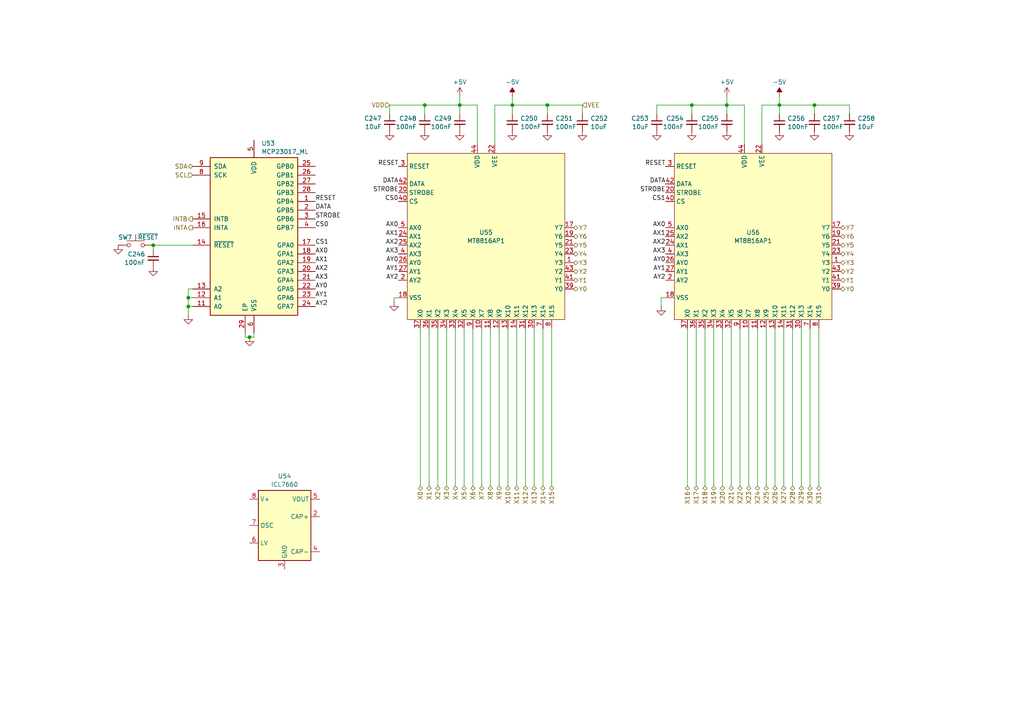
<source format=kicad_sch>
(kicad_sch (version 20250114) (generator "eeschema") (generator_version "9.0")
  (paper "A4")
  (lib_symbols
    (symbol "AudioPanelLibrary:MT8816AP1"
      (property "Reference" "U" (at 0.254 2.286 0))
      (property "Value" "MT8816AP1" (at 0.254 -0.762 0))
      (symbol "MT8816AP1_0_0"
        (pin input line (at -25.4 20.32 0) (length 2.54) (name "RESET") (number "3"))
        (pin input line (at -25.4 15.24 0) (length 2.54) (name "DATA") (number "42"))
        (pin input line (at -25.4 12.7 0) (length 2.54) (name "STROBE") (number "20"))
        (pin input line (at -25.4 10.16 0) (length 2.54) (name "CS") (number "40"))
        (pin input line (at -25.4 2.54 0) (length 2.54) (name "AX0") (number "5"))
        (pin input line (at -25.4 0 0) (length 2.54) (name "AX2") (number "25"))
        (pin input line (at -25.4 -2.54 0) (length 2.54) (name "AX1") (number "24"))
        (pin input line (at -25.4 -5.08 0) (length 2.54) (name "AX3") (number "4"))
        (pin input line (at -25.4 -7.62 0) (length 2.54) (name "AY0") (number "26"))
        (pin input line (at -25.4 -10.16 0) (length 2.54) (name "AY1") (number "27"))
        (pin input line (at -25.4 -12.7 0) (length 2.54) (name "AY2") (number "2"))
        (pin power_in line (at -25.4 -17.78 0) (length 2.54) (name "VSS") (number "18"))
        (pin bidirectional line (at -19.05 -26.67 90) (length 2.54) (name "X0") (number "37"))
        (pin bidirectional line (at -16.51 -26.67 90) (length 2.54) (name "X1") (number "36"))
        (pin bidirectional line (at -13.97 -26.67 90) (length 2.54) (name "X2") (number "35"))
        (pin bidirectional line (at -11.43 -26.67 90) (length 2.54) (name "X3") (number "34"))
        (pin bidirectional line (at -8.89 -26.67 90) (length 2.54) (name "X4") (number "33"))
        (pin bidirectional line (at -6.35 -26.67 90) (length 2.54) (name "X5") (number "32"))
        (pin bidirectional line (at -3.81 -26.67 90) (length 2.54) (name "X6") (number "9"))
        (pin power_in line (at -2.54 26.67 270) (length 2.54) (name "VDD") (number "44"))
        (pin bidirectional line (at -1.27 -26.67 90) (length 2.54) (name "X7") (number "10"))
        (pin bidirectional line (at 1.27 -26.67 90) (length 2.54) (name "X8") (number "11"))
        (pin power_in line (at 2.54 26.67 270) (length 2.54) (name "VEE") (number "22"))
        (pin bidirectional line (at 3.81 -26.67 90) (length 2.54) (name "X9") (number "12"))
        (pin bidirectional line (at 6.35 -26.67 90) (length 2.54) (name "X10") (number "13"))
        (pin bidirectional line (at 8.89 -26.67 90) (length 2.54) (name "X11") (number "14"))
        (pin bidirectional line (at 11.43 -26.67 90) (length 2.54) (name "X12") (number "31"))
        (pin bidirectional line (at 13.97 -26.67 90) (length 2.54) (name "X13") (number "30"))
        (pin bidirectional line (at 16.51 -26.67 90) (length 2.54) (name "X14") (number "7"))
        (pin bidirectional line (at 19.05 -26.67 90) (length 2.54) (name "X15") (number "8"))
        (pin no_connect line (at 25.4 20.32 180) (length 2.54) (hide yes) (name "NC") (number "6"))
        (pin no_connect line (at 25.4 17.78 180) (length 2.54) (hide yes) (name "NC") (number "15"))
        (pin no_connect line (at 25.4 15.24 180) (length 2.54) (hide yes) (name "NC") (number "16"))
        (pin no_connect line (at 25.4 12.7 180) (length 2.54) (hide yes) (name "NC") (number "28"))
        (pin no_connect line (at 25.4 10.16 180) (length 2.54) (hide yes) (name "NC") (number "29"))
        (pin no_connect line (at 25.4 7.62 180) (length 2.54) (hide yes) (name "NC") (number "38"))
        (pin bidirectional line (at 25.4 2.54 180) (length 2.54) (name "Y7") (number "17"))
        (pin bidirectional line (at 25.4 0 180) (length 2.54) (name "Y6") (number "19"))
        (pin bidirectional line (at 25.4 -2.54 180) (length 2.54) (name "Y5") (number "21"))
        (pin bidirectional line (at 25.4 -5.08 180) (length 2.54) (name "Y4") (number "23"))
        (pin bidirectional line (at 25.4 -7.62 180) (length 2.54) (name "Y3") (number "1"))
        (pin bidirectional line (at 25.4 -10.16 180) (length 2.54) (name "Y2") (number "43"))
        (pin bidirectional line (at 25.4 -12.7 180) (length 2.54) (name "Y1") (number "41"))
        (pin bidirectional line (at 25.4 -15.24 180) (length 2.54) (name "Y0") (number "39"))
      )
      (symbol "MT8816AP1_1_1"
        (rectangle (start -22.86 24.13) (end 22.86 -24.13) (fill (type background)))
      )
    )
    (symbol "Device:C_Small" (pin_numbers (hide yes)) (pin_names (offset 0.254) (hide yes))
      (property "Reference" "C" (at 0.254 1.778 0))
      (property "Value" "C_Small" (at 0.254 -2.032 0))
      (symbol "C_Small_0_1"
        (polyline (pts (xy -1.524 0.508) (xy 1.524 0.508)) (stroke (width 0.3048)))
        (polyline (pts (xy -1.524 -0.508) (xy 1.524 -0.508)) (stroke (width 0.3302)))
      )
      (symbol "C_Small_1_1"
        (pin passive line (at 0 2.54 270) (length 2.032) (name "~") (number "1"))
        (pin passive line (at 0 -2.54 90) (length 2.032) (name "~") (number "2"))
      )
    )
    (symbol "Interface_Expansion:MCP23017_ML" (pin_names (offset 1.016))
      (property "Reference" "U" (at -11.43 24.13 0))
      (property "Value" "MCP23017_ML" (at 0 0 0))
      (symbol "MCP23017_ML_0_1"
        (rectangle (start -12.7 22.86) (end 12.7 -22.86) (stroke (width 0.254)) (fill (type background)))
      )
      (symbol "MCP23017_ML_1_1"
        (pin bidirectional line (at -17.78 20.32 0) (length 5.08) (name "SDA") (number "9"))
        (pin input line (at -17.78 17.78 0) (length 5.08) (name "SCK") (number "8"))
        (pin tri_state line (at -17.78 5.08 0) (length 5.08) (name "INTB") (number "15"))
        (pin tri_state line (at -17.78 2.54 0) (length 5.08) (name "INTA") (number "16"))
        (pin input line (at -17.78 -2.54 0) (length 5.08) (name "~{RESET}") (number "14"))
        (pin input line (at -17.78 -15.24 0) (length 5.08) (name "A2") (number "13"))
        (pin input line (at -17.78 -17.78 0) (length 5.08) (name "A1") (number "12"))
        (pin input line (at -17.78 -20.32 0) (length 5.08) (name "A0") (number "11"))
        (pin no_connect line (at -12.7 15.24 0) (length 5.08) (hide yes) (name "NC") (number "7"))
        (pin no_connect line (at -12.7 12.7 0) (length 5.08) (hide yes) (name "NC") (number "10"))
        (pin passive line (at -2.54 -27.94 90) (length 5.08) (name "EP") (number "29"))
        (pin power_in line (at 0 27.94 270) (length 5.08) (name "VDD") (number "5"))
        (pin power_in line (at 0 -27.94 90) (length 5.08) (name "VSS") (number "6"))
        (pin bidirectional line (at 17.78 20.32 180) (length 5.08) (name "GPB0") (number "25"))
        (pin bidirectional line (at 17.78 17.78 180) (length 5.08) (name "GPB1") (number "26"))
        (pin bidirectional line (at 17.78 15.24 180) (length 5.08) (name "GPB2") (number "27"))
        (pin bidirectional line (at 17.78 12.7 180) (length 5.08) (name "GPB3") (number "28"))
        (pin bidirectional line (at 17.78 10.16 180) (length 5.08) (name "GPB4") (number "1"))
        (pin bidirectional line (at 17.78 7.62 180) (length 5.08) (name "GPB5") (number "2"))
        (pin bidirectional line (at 17.78 5.08 180) (length 5.08) (name "GPB6") (number "3"))
        (pin output line (at 17.78 2.54 180) (length 5.08) (name "GPB7") (number "4"))
        (pin bidirectional line (at 17.78 -2.54 180) (length 5.08) (name "GPA0") (number "17"))
        (pin bidirectional line (at 17.78 -5.08 180) (length 5.08) (name "GPA1") (number "18"))
        (pin bidirectional line (at 17.78 -7.62 180) (length 5.08) (name "GPA2") (number "19"))
        (pin bidirectional line (at 17.78 -10.16 180) (length 5.08) (name "GPA3") (number "20"))
        (pin bidirectional line (at 17.78 -12.7 180) (length 5.08) (name "GPA4") (number "21"))
        (pin bidirectional line (at 17.78 -15.24 180) (length 5.08) (name "GPA5") (number "22"))
        (pin bidirectional line (at 17.78 -17.78 180) (length 5.08) (name "GPA6") (number "23"))
        (pin output line (at 17.78 -20.32 180) (length 5.08) (name "GPA7") (number "24"))
      )
    )
    (symbol "MT8816AP1_1"
      (property "Reference" "U" (at 0.254 2.286 0))
      (property "Value" "MT8816AP1" (at 0.254 -0.762 0))
      (symbol "MT8816AP1_1_0_0"
        (pin input line (at -25.4 20.32 0) (length 2.54) (name "RESET") (number "3"))
        (pin input line (at -25.4 15.24 0) (length 2.54) (name "DATA") (number "42"))
        (pin input line (at -25.4 12.7 0) (length 2.54) (name "STROBE") (number "20"))
        (pin input line (at -25.4 10.16 0) (length 2.54) (name "CS") (number "40"))
        (pin input line (at -25.4 2.54 0) (length 2.54) (name "AX0") (number "5"))
        (pin input line (at -25.4 0 0) (length 2.54) (name "AX1") (number "24"))
        (pin input line (at -25.4 -2.54 0) (length 2.54) (name "AX2") (number "25"))
        (pin input line (at -25.4 -5.08 0) (length 2.54) (name "AX3") (number "4"))
        (pin input line (at -25.4 -7.62 0) (length 2.54) (name "AY0") (number "26"))
        (pin input line (at -25.4 -10.16 0) (length 2.54) (name "AY1") (number "27"))
        (pin input line (at -25.4 -12.7 0) (length 2.54) (name "AY2") (number "2"))
        (pin power_in line (at -25.4 -17.78 0) (length 2.54) (name "VSS") (number "18"))
        (pin bidirectional line (at -19.05 -26.67 90) (length 2.54) (name "X0") (number "37"))
        (pin bidirectional line (at -16.51 -26.67 90) (length 2.54) (name "X1") (number "36"))
        (pin bidirectional line (at -13.97 -26.67 90) (length 2.54) (name "X2") (number "35"))
        (pin bidirectional line (at -11.43 -26.67 90) (length 2.54) (name "X3") (number "34"))
        (pin bidirectional line (at -8.89 -26.67 90) (length 2.54) (name "X4") (number "33"))
        (pin bidirectional line (at -6.35 -26.67 90) (length 2.54) (name "X5") (number "32"))
        (pin bidirectional line (at -3.81 -26.67 90) (length 2.54) (name "X6") (number "9"))
        (pin power_in line (at -2.54 26.67 270) (length 2.54) (name "VDD") (number "44"))
        (pin bidirectional line (at -1.27 -26.67 90) (length 2.54) (name "X7") (number "10"))
        (pin bidirectional line (at 1.27 -26.67 90) (length 2.54) (name "X8") (number "11"))
        (pin power_in line (at 2.54 26.67 270) (length 2.54) (name "VEE") (number "22"))
        (pin bidirectional line (at 3.81 -26.67 90) (length 2.54) (name "X9") (number "12"))
        (pin bidirectional line (at 6.35 -26.67 90) (length 2.54) (name "X10") (number "13"))
        (pin bidirectional line (at 8.89 -26.67 90) (length 2.54) (name "X11") (number "14"))
        (pin bidirectional line (at 11.43 -26.67 90) (length 2.54) (name "X12") (number "31"))
        (pin bidirectional line (at 13.97 -26.67 90) (length 2.54) (name "X13") (number "30"))
        (pin bidirectional line (at 16.51 -26.67 90) (length 2.54) (name "X14") (number "7"))
        (pin bidirectional line (at 19.05 -26.67 90) (length 2.54) (name "X15") (number "8"))
        (pin no_connect line (at 25.4 20.32 180) (length 2.54) (hide yes) (name "NC") (number "6"))
        (pin no_connect line (at 25.4 17.78 180) (length 2.54) (hide yes) (name "NC") (number "15"))
        (pin no_connect line (at 25.4 15.24 180) (length 2.54) (hide yes) (name "NC") (number "16"))
        (pin no_connect line (at 25.4 12.7 180) (length 2.54) (hide yes) (name "NC") (number "28"))
        (pin no_connect line (at 25.4 10.16 180) (length 2.54) (hide yes) (name "NC") (number "29"))
        (pin no_connect line (at 25.4 7.62 180) (length 2.54) (hide yes) (name "NC") (number "38"))
        (pin bidirectional line (at 25.4 2.54 180) (length 2.54) (name "Y7") (number "17"))
        (pin bidirectional line (at 25.4 0 180) (length 2.54) (name "Y6") (number "19"))
        (pin bidirectional line (at 25.4 -2.54 180) (length 2.54) (name "Y5") (number "21"))
        (pin bidirectional line (at 25.4 -5.08 180) (length 2.54) (name "Y4") (number "23"))
        (pin bidirectional line (at 25.4 -7.62 180) (length 2.54) (name "Y3") (number "1"))
        (pin bidirectional line (at 25.4 -10.16 180) (length 2.54) (name "Y2") (number "43"))
        (pin bidirectional line (at 25.4 -12.7 180) (length 2.54) (name "Y1") (number "41"))
        (pin bidirectional line (at 25.4 -15.24 180) (length 2.54) (name "Y0") (number "39"))
      )
      (symbol "MT8816AP1_1_1_1"
        (rectangle (start -22.86 24.13) (end 22.86 -24.13) (fill (type background)))
      )
    )
    (symbol "Regulator_SwitchedCapacitor:ICL7660"
      (property "Reference" "U" (at -6.35 11.43 0))
      (property "Value" "ICL7660" (at 3.81 11.43 0))
      (symbol "ICL7660_0_1"
        (rectangle (start -7.62 10.16) (end 7.62 -10.16) (stroke (width 0.254)) (fill (type background)))
      )
      (symbol "ICL7660_1_1"
        (pin power_in line (at -10.16 7.62 0) (length 2.54) (name "V+") (number "8"))
        (pin input line (at -10.16 0 0) (length 2.54) (name "OSC") (number "7"))
        (pin input line (at -10.16 -5.08 0) (length 2.54) (name "LV") (number "6"))
        (pin no_connect line (at -7.62 5.08 0) (length 2.54) (hide yes) (name "NC") (number "1"))
        (pin power_in line (at 0 -12.7 90) (length 2.54) (name "GND") (number "3"))
        (pin power_out line (at 10.16 7.62 180) (length 2.54) (name "VOUT") (number "5"))
        (pin input line (at 10.16 2.54 180) (length 2.54) (name "CAP+") (number "2"))
        (pin input line (at 10.16 -7.62 180) (length 2.54) (name "CAP-") (number "4"))
      )
    )
    (symbol "Switch:SW_Push" (pin_numbers (hide yes)) (pin_names (offset 1.016) (hide yes))
      (property "Reference" "SW" (at 1.27 2.54 0))
      (property "Value" "SW_Push" (at 0 -1.524 0))
      (symbol "SW_Push_0_1"
        (circle (center -2.032 0) (radius 0.508))
        (polyline (pts (xy 0 1.27) (xy 0 3.048)))
        (circle (center 2.032 0) (radius 0.508))
        (polyline (pts (xy 2.54 1.27) (xy -2.54 1.27)))
        (pin passive line (at -5.08 0 0) (length 2.54) (name "1") (number "1"))
        (pin passive line (at 5.08 0 180) (length 2.54) (name "2") (number "2"))
      )
    )
    (symbol "power:+5V" (power) (pin_numbers (hide yes)) (pin_names (offset 0) (hide yes))
      (property "Value" "+5V" (at 0 3.556 0))
      (symbol "+5V_0_1"
        (polyline (pts (xy -0.762 1.27) (xy 0 2.54)))
        (polyline (pts (xy 0 2.54) (xy 0.762 1.27)))
        (polyline (pts (xy 0 0) (xy 0 2.54)))
      )
      (symbol "+5V_1_1"
        (pin power_in line (at 0 0 90) (length 0) (name "~") (number "1"))
      )
    )
    (symbol "power:-5V" (power) (pin_numbers (hide yes)) (pin_names (offset 0) (hide yes))
      (property "Value" "-5V" (at 0 3.556 0))
      (symbol "-5V_0_0"
        (pin power_in line (at 0 0 90) (length 0) (name "~") (number "1"))
      )
      (symbol "-5V_0_1"
        (polyline (pts (xy 0 0) (xy 0 1.27) (xy 0.762 1.27) (xy 0 2.54) (xy -0.762 1.27) (xy 0 1.27)) (fill (type outline)))
      )
    )
    (symbol "power:GND" (power) (pin_numbers (hide yes)) (pin_names (offset 0) (hide yes))
      (property "Value" "GND" (at 0 -3.81 0))
      (symbol "GND_0_1"
        (polyline (pts (xy 0 0) (xy 0 -1.27) (xy 1.27 -1.27) (xy 0 -2.54) (xy -1.27 -1.27) (xy 0 -1.27)))
      )
      (symbol "GND_1_1"
        (pin power_in line (at 0 0 270) (length 0) (name "~") (number "1"))
      )
    )
  )
  (junction (at 123.19 30.48))
  (junction (at 133.35 30.48))
  (junction (at 210.82 30.48))
  (junction (at 158.75 30.48))
  (junction (at 226.06 30.48))
  (junction (at 200.66 30.48))
  (junction (at 148.59 30.48))
  (junction (at 72.39 97.79))
  (junction (at 54.61 88.9))
  (junction (at 236.22 30.48))
  (junction (at 44.45 71.12))
  (junction (at 54.61 86.36))
  (wire (pts (xy 123.19 30.48) (xy 133.35 30.48)))
  (wire (pts (xy 114.3 86.36) (xy 115.57 86.36)))
  (wire (pts (xy 121.92 95.25) (xy 121.92 140.97)))
  (wire (pts (xy 73.66 96.52) (xy 73.66 97.79)))
  (wire (pts (xy 54.61 86.36) (xy 55.88 86.36)))
  (wire (pts (xy 226.06 30.48) (xy 226.06 33.02)))
  (wire (pts (xy 147.32 95.25) (xy 147.32 140.97)))
  (wire (pts (xy 123.19 33.02) (xy 123.19 30.48)))
  (wire (pts (xy 210.82 27.94) (xy 210.82 30.48)))
  (wire (pts (xy 54.61 83.82) (xy 55.88 83.82)))
  (wire (pts (xy 201.93 95.25) (xy 201.93 140.97)))
  (wire (pts (xy 54.61 91.44) (xy 54.61 88.9)))
  (wire (pts (xy 129.54 95.25) (xy 129.54 140.97)))
  (wire (pts (xy 144.78 95.25) (xy 144.78 140.97)))
  (wire (pts (xy 148.59 27.94) (xy 148.59 30.48)))
  (wire (pts (xy 152.4 95.25) (xy 152.4 140.97)))
  (wire (pts (xy 226.06 27.94) (xy 226.06 30.48)))
  (wire (pts (xy 73.66 97.79) (xy 72.39 97.79)))
  (wire (pts (xy 209.55 95.25) (xy 209.55 140.97)))
  (wire (pts (xy 134.62 95.25) (xy 134.62 140.97)))
  (wire (pts (xy 133.35 27.94) (xy 133.35 30.48)))
  (wire (pts (xy 168.91 30.48) (xy 168.91 33.02)))
  (wire (pts (xy 229.87 95.25) (xy 229.87 140.97)))
  (wire (pts (xy 72.39 97.79) (xy 71.12 97.79)))
  (wire (pts (xy 160.02 95.25) (xy 160.02 140.97)))
  (wire (pts (xy 154.94 95.25) (xy 154.94 140.97)))
  (wire (pts (xy 158.75 30.48) (xy 158.75 33.02)))
  (wire (pts (xy 190.5 30.48) (xy 200.66 30.48)))
  (wire (pts (xy 54.61 88.9) (xy 54.61 86.36)))
  (wire (pts (xy 54.61 86.36) (xy 54.61 83.82)))
  (wire (pts (xy 217.17 95.25) (xy 217.17 140.97)))
  (wire (pts (xy 54.61 88.9) (xy 55.88 88.9)))
  (wire (pts (xy 157.48 95.25) (xy 157.48 140.97)))
  (wire (pts (xy 113.03 30.48) (xy 113.03 33.02)))
  (wire (pts (xy 127 95.25) (xy 127 140.97)))
  (wire (pts (xy 246.38 30.48) (xy 246.38 33.02)))
  (wire (pts (xy 149.86 95.25) (xy 149.86 140.97)))
  (wire (pts (xy 158.75 30.48) (xy 168.91 30.48)))
  (wire (pts (xy 212.09 95.25) (xy 212.09 140.97)))
  (wire (pts (xy 138.43 30.48) (xy 133.35 30.48)))
  (wire (pts (xy 148.59 30.48) (xy 158.75 30.48)))
  (wire (pts (xy 114.3 87.63) (xy 114.3 86.36)))
  (wire (pts (xy 214.63 95.25) (xy 214.63 140.97)))
  (wire (pts (xy 210.82 30.48) (xy 210.82 33.02)))
  (wire (pts (xy 236.22 30.48) (xy 236.22 33.02)))
  (wire (pts (xy 226.06 30.48) (xy 236.22 30.48)))
  (wire (pts (xy 199.39 95.25) (xy 199.39 140.97)))
  (wire (pts (xy 148.59 30.48) (xy 148.59 33.02)))
  (wire (pts (xy 133.35 30.48) (xy 133.35 33.02)))
  (wire (pts (xy 234.95 95.25) (xy 234.95 140.97)))
  (wire (pts (xy 143.51 30.48) (xy 148.59 30.48)))
  (wire (pts (xy 224.79 95.25) (xy 224.79 140.97)))
  (wire (pts (xy 207.01 95.25) (xy 207.01 140.97)))
  (wire (pts (xy 227.33 95.25) (xy 227.33 140.97)))
  (wire (pts (xy 237.49 95.25) (xy 237.49 140.97)))
  (wire (pts (xy 215.9 30.48) (xy 210.82 30.48)))
  (wire (pts (xy 191.77 88.9) (xy 191.77 86.36)))
  (wire (pts (xy 44.45 71.12) (xy 44.45 72.39)))
  (wire (pts (xy 220.98 41.91) (xy 220.98 30.48)))
  (wire (pts (xy 200.66 30.48) (xy 210.82 30.48)))
  (wire (pts (xy 142.24 95.25) (xy 142.24 140.97)))
  (wire (pts (xy 222.25 95.25) (xy 222.25 140.97)))
  (wire (pts (xy 190.5 30.48) (xy 190.5 33.02)))
  (wire (pts (xy 219.71 95.25) (xy 219.71 140.97)))
  (wire (pts (xy 132.08 95.25) (xy 132.08 140.97)))
  (wire (pts (xy 124.46 95.25) (xy 124.46 140.97)))
  (wire (pts (xy 236.22 30.48) (xy 246.38 30.48)))
  (wire (pts (xy 139.7 95.25) (xy 139.7 140.97)))
  (wire (pts (xy 215.9 41.91) (xy 215.9 30.48)))
  (wire (pts (xy 200.66 33.02) (xy 200.66 30.48)))
  (wire (pts (xy 204.47 95.25) (xy 204.47 140.97)))
  (wire (pts (xy 44.45 71.12) (xy 55.88 71.12)))
  (wire (pts (xy 137.16 95.25) (xy 137.16 140.97)))
  (wire (pts (xy 71.12 96.52) (xy 71.12 97.79)))
  (wire (pts (xy 143.51 41.91) (xy 143.51 30.48)))
  (wire (pts (xy 191.77 86.36) (xy 193.04 86.36)))
  (wire (pts (xy 220.98 30.48) (xy 226.06 30.48)))
  (wire (pts (xy 113.03 30.48) (xy 123.19 30.48)))
  (wire (pts (xy 138.43 41.91) (xy 138.43 30.48)))
  (wire (pts (xy 232.41 95.25) (xy 232.41 140.97)))
  (label "CS0" (at 115.57 58.42 180))
  (label "RESET" (at 115.57 48.26 180))
  (label "AX2" (at 193.04 71.12 180))
  (label "AY0" (at 115.57 76.2 180))
  (label "STROBE" (at 115.57 55.88 180))
  (label "AX2" (at 91.44 78.74 0))
  (label "AY0" (at 91.44 83.82 0))
  (label "AX1" (at 91.44 76.2 0))
  (label "AX0" (at 193.04 66.04 180))
  (label "AY2" (at 115.57 81.28 180))
  (label "AY1" (at 91.44 86.36 0))
  (label "AY1" (at 115.57 78.74 180))
  (label "CS1" (at 91.44 71.12 0))
  (label "CS0" (at 91.44 66.04 0))
  (label "AY2" (at 91.44 88.9 0))
  (label "AX1" (at 193.04 68.58 180))
  (label "RESET" (at 91.44 58.42 0))
  (label "STROBE" (at 193.04 55.88 180))
  (label "AY1" (at 193.04 78.74 180))
  (label "DATA" (at 115.57 53.34 180))
  (label "AX0" (at 91.44 73.66 0))
  (label "AX0" (at 115.57 66.04 180))
  (label "RESET" (at 193.04 48.26 180))
  (label "AX1" (at 115.57 68.58 180))
  (label "AX3" (at 91.44 81.28 0))
  (label "AX3" (at 115.57 73.66 180))
  (label "DATA" (at 193.04 53.34 180))
  (label "AY2" (at 193.04 81.28 180))
  (label "AX3" (at 193.04 73.66 180))
  (label "CS1" (at 193.04 58.42 180))
  (label "AY0" (at 193.04 76.2 180))
  (label "STROBE" (at 91.44 63.5 0))
  (label "DATA" (at 91.44 60.96 0))
  (label "AX2" (at 115.57 71.12 180))
  (hierarchical_label "X27" (shape bidirectional) (at 227.33 140.97 270))
  (hierarchical_label "Y6" (shape bidirectional) (at 166.37 68.58 0))
  (hierarchical_label "X23" (shape bidirectional) (at 217.17 140.97 270))
  (hierarchical_label "X0" (shape bidirectional) (at 121.92 140.97 270))
  (hierarchical_label "Y2" (shape bidirectional) (at 243.84 78.74 0))
  (hierarchical_label "Y0" (shape bidirectional) (at 243.84 83.82 0))
  (hierarchical_label "X7" (shape bidirectional) (at 139.7 140.97 270))
  (hierarchical_label "Y5" (shape bidirectional) (at 243.84 71.12 0))
  (hierarchical_label "Y4" (shape bidirectional) (at 243.84 73.66 0))
  (hierarchical_label "Y1" (shape bidirectional) (at 243.84 81.28 0))
  (hierarchical_label "Y1" (shape bidirectional) (at 166.37 81.28 0))
  (hierarchical_label "X6" (shape bidirectional) (at 137.16 140.97 270))
  (hierarchical_label "X20" (shape bidirectional) (at 209.55 140.97 270))
  (hierarchical_label "Y3" (shape bidirectional) (at 166.37 76.2 0))
  (hierarchical_label "Y2" (shape bidirectional) (at 166.37 78.74 0))
  (hierarchical_label "X9" (shape bidirectional) (at 144.78 140.97 270))
  (hierarchical_label "X30" (shape bidirectional) (at 234.95 140.97 270))
  (hierarchical_label "Y7" (shape bidirectional) (at 166.37 66.04 0))
  (hierarchical_label "X12" (shape bidirectional) (at 152.4 140.97 270))
  (hierarchical_label "X13" (shape bidirectional) (at 154.94 140.97 270))
  (hierarchical_label "SDA" (shape bidirectional) (at 55.88 48.26 180))
  (hierarchical_label "Y4" (shape bidirectional) (at 166.37 73.66 0))
  (hierarchical_label "X21" (shape bidirectional) (at 212.09 140.97 270))
  (hierarchical_label "VDD" (shape input) (at 113.03 30.48 180))
  (hierarchical_label "Y5" (shape bidirectional) (at 166.37 71.12 0))
  (hierarchical_label "X8" (shape bidirectional) (at 142.24 140.97 270))
  (hierarchical_label "Y7" (shape bidirectional) (at 243.84 66.04 0))
  (hierarchical_label "SCL" (shape input) (at 55.88 50.8 180))
  (hierarchical_label "X25" (shape bidirectional) (at 222.25 140.97 270))
  (hierarchical_label "X19" (shape bidirectional) (at 207.01 140.97 270))
  (hierarchical_label "X1" (shape bidirectional) (at 124.46 140.97 270))
  (hierarchical_label "X3" (shape bidirectional) (at 129.54 140.97 270))
  (hierarchical_label "Y0" (shape bidirectional) (at 166.37 83.82 0))
  (hierarchical_label "Y6" (shape bidirectional) (at 243.84 68.58 0))
  (hierarchical_label "X29" (shape bidirectional) (at 232.41 140.97 270))
  (hierarchical_label "X28" (shape bidirectional) (at 229.87 140.97 270))
  (hierarchical_label "X16" (shape bidirectional) (at 199.39 140.97 270))
  (hierarchical_label "X24" (shape bidirectional) (at 219.71 140.97 270))
  (hierarchical_label "X18" (shape bidirectional) (at 204.47 140.97 270))
  (hierarchical_label "X17" (shape bidirectional) (at 201.93 140.97 270))
  (hierarchical_label "INTA" (shape output) (at 55.88 66.04 180))
  (hierarchical_label "VEE" (shape input) (at 168.91 30.48 0))
  (hierarchical_label "X22" (shape bidirectional) (at 214.63 140.97 270))
  (hierarchical_label "X14" (shape bidirectional) (at 157.48 140.97 270))
  (hierarchical_label "INTB" (shape output) (at 55.88 63.5 180))
  (hierarchical_label "X15" (shape bidirectional) (at 160.02 140.97 270))
  (hierarchical_label "X5" (shape bidirectional) (at 134.62 140.97 270))
  (hierarchical_label "X31" (shape bidirectional) (at 237.49 140.97 270))
  (hierarchical_label "X11" (shape bidirectional) (at 149.86 140.97 270))
  (hierarchical_label "X2" (shape bidirectional) (at 127 140.97 270))
  (hierarchical_label "X10" (shape bidirectional) (at 147.32 140.97 270))
  (hierarchical_label "X26" (shape bidirectional) (at 224.79 140.97 270))
  (hierarchical_label "X4" (shape bidirectional) (at 132.08 140.97 270))
  (hierarchical_label "Y3" (shape bidirectional) (at 243.84 76.2 0))
  (symbol (lib_id "Device:C_Small") (at 246.38 35.56 0) (unit 1)
    (property "Reference" "C258" (at 248.7041 34.3541 0) (effects (justify left)))
    (property "Value" "10uF" (at 248.7041 36.7784 0) (effects (justify left)))
    (property "Description" "Unpolarized capacitor, small symbol" (effects (hide yes)))
  )
  (symbol (lib_id "Device:C_Small") (at 158.75 35.56 0) (unit 1)
    (property "Reference" "C251" (at 161.0741 34.3541 0) (effects (justify left)))
    (property "Value" "100nF" (at 161.0741 36.7784 0) (effects (justify left)))
    (property "Description" "Unpolarized capacitor, small symbol" (effects (hide yes)))
  )
  (symbol (lib_id "power:GND") (at 54.61 91.44 0) (unit 1)
    (property "Reference" "#PWR0447" (effects (hide yes)))
    (property "Value" "GND" (effects (hide yes)))
    (property "Description" "Power symbol creates a global label with name \"GND\" , ground" (effects (hide yes)))
  )
  (symbol (lib_id "power:GND") (at 113.03 38.1 0) (unit 1)
    (property "Reference" "#PWR0451" (effects (hide yes)))
    (property "Value" "GND" (effects (hide yes)))
    (property "Description" "Power symbol creates a global label with name \"GND\" , ground" (effects (hide yes)))
  )
  (symbol (lib_id "power:+5V") (at 210.82 27.94 0) (unit 1)
    (property "Reference" "#PWR0463" (effects (hide yes)))
    (property "Value" "+5V" (at 210.82 23.8069 0))
    (property "Description" "Power symbol creates a global label with name \"+5V\"" (effects (hide yes)))
  )
  (symbol (lib_id "AudioPanelLibrary:MT8816AP1") (at 218.44 68.58 0) (unit 1)
    (property "Reference" "U56" (at 218.44 67.4257 0))
    (property "Value" "MT8816AP1" (at 218.44 69.85 0))
    (property "Footprint" "Package_LCC:PLCC-44" (effects (hide yes)))
    (property "Datasheet" "https://www.es.co.th/Schemetic/PDF/MT8816.PDF" (effects (hide yes)))
    (property "Description" "8 x 16 Analog Switch Array" (effects (hide yes)))
  )
  (symbol (lib_id "Device:C_Small") (at 236.22 35.56 0) (unit 1)
    (property "Reference" "C257" (at 238.5441 34.3541 0) (effects (justify left)))
    (property "Value" "100nF" (at 238.5441 36.7784 0) (effects (justify left)))
    (property "Description" "Unpolarized capacitor, small symbol" (effects (hide yes)))
  )
  (symbol (lib_id "Regulator_SwitchedCapacitor:ICL7660") (at 82.55 152.4 0) (unit 1)
    (property "Reference" "U54" (at 82.55 138.0955 0))
    (property "Value" "ICL7660" (at 82.55 140.5198 0))
    (property "Datasheet" "http://datasheets.maximintegrated.com/en/ds/ICL7660-MAX1044.pdf" (effects (hide yes)))
    (property "Description" "Switched-Capacitor Voltage Converter, 1.5V to 10.0V operating supply voltage, 10mA with a 0.5V output drop, SO-8/DIP-8/µMAX-8/TO-99" (effects (hide yes)))
  )
  (symbol (lib_id "power:GND") (at 34.29 71.12 0) (unit 1)
    (property "Reference" "#PWR0445" (effects (hide yes)))
    (property "Value" "GND" (effects (hide yes)))
    (property "Description" "Power symbol creates a global label with name \"GND\" , ground" (effects (hide yes)))
  )
  (symbol (lib_id "power:+5V") (at 133.35 27.94 0) (unit 1)
    (property "Reference" "#PWR0454" (effects (hide yes)))
    (property "Value" "+5V" (at 133.35 23.8069 0))
    (property "Description" "Power symbol creates a global label with name \"+5V\"" (effects (hide yes)))
  )
  (symbol (lib_id "power:GND") (at 200.66 38.1 0) (unit 1)
    (property "Reference" "#PWR0462" (effects (hide yes)))
    (property "Value" "GND" (effects (hide yes)))
    (property "Description" "Power symbol creates a global label with name \"GND\" , ground" (effects (hide yes)))
  )
  (symbol (lib_name "MT8816AP1_1") (lib_id "AudioPanelLibrary:MT8816AP1") (at 140.97 68.58 0) (unit 1)
    (property "Reference" "U55" (at 140.97 67.4257 0))
    (property "Value" "MT8816AP1" (at 140.97 69.85 0))
    (property "Footprint" "Package_LCC:PLCC-44" (effects (hide yes)))
    (property "Datasheet" "https://www.es.co.th/Schemetic/PDF/MT8816.PDF" (effects (hide yes)))
    (property "Description" "8 x 16 Analog Switch Array" (effects (hide yes)))
  )
  (symbol (lib_id "power:GND") (at 158.75 38.1 0) (unit 1)
    (property "Reference" "#PWR0458" (effects (hide yes)))
    (property "Value" "GND" (effects (hide yes)))
    (property "Description" "Power symbol creates a global label with name \"GND\" , ground" (effects (hide yes)))
  )
  (symbol (lib_id "Device:C_Small") (at 133.35 35.56 0) (mirror y) (unit 1)
    (property "Reference" "C249" (at 131.0259 34.3541 0) (effects (justify left)))
    (property "Value" "100nF" (at 131.0259 36.7784 0) (effects (justify left)))
    (property "Description" "Unpolarized capacitor, small symbol" (effects (hide yes)))
  )
  (symbol (lib_id "power:GND") (at 114.3 87.63 0) (unit 1)
    (property "Reference" "#PWR0452" (effects (hide yes)))
    (property "Value" "GND" (effects (hide yes)))
    (property "Description" "Power symbol creates a global label with name \"GND\" , ground" (effects (hide yes)))
  )
  (symbol (lib_id "Device:C_Small") (at 44.45 74.93 0) (mirror y) (unit 1)
    (property "Reference" "C246" (at 42.1259 73.7241 0) (effects (justify left)))
    (property "Value" "100nF" (at 42.1259 76.1484 0) (effects (justify left)))
    (property "Description" "Unpolarized capacitor, small symbol" (effects (hide yes)))
  )
  (symbol (lib_id "Device:C_Small") (at 123.19 35.56 0) (mirror y) (unit 1)
    (property "Reference" "C248" (at 120.8659 34.3541 0) (effects (justify left)))
    (property "Value" "100nF" (at 120.8659 36.7784 0) (effects (justify left)))
    (property "Description" "Unpolarized capacitor, small symbol" (effects (hide yes)))
  )
  (symbol (lib_id "Device:C_Small") (at 190.5 35.56 0) (mirror y) (unit 1)
    (property "Reference" "C253" (at 188.1759 34.3541 0) (effects (justify left)))
    (property "Value" "10uF" (at 188.1759 36.7784 0) (effects (justify left)))
    (property "Description" "Unpolarized capacitor, small symbol" (effects (hide yes)))
  )
  (symbol (lib_id "power:GND") (at 72.39 97.79 0) (unit 1)
    (property "Reference" "#PWR0449" (effects (hide yes)))
    (property "Value" "GND" (effects (hide yes)))
    (property "Description" "Power symbol creates a global label with name \"GND\" , ground" (effects (hide yes)))
  )
  (symbol (lib_id "Device:C_Small") (at 200.66 35.56 0) (mirror y) (unit 1)
    (property "Reference" "C254" (at 198.3359 34.3541 0) (effects (justify left)))
    (property "Value" "100nF" (at 198.3359 36.7784 0) (effects (justify left)))
    (property "Description" "Unpolarized capacitor, small symbol" (effects (hide yes)))
  )
  (symbol (lib_id "Switch:SW_Push") (at 39.37 71.12 0) (unit 1)
    (property "Reference" "SW7" (at 36.322 68.834 0))
    (property "Value" "~{RESET}" (at 42.926 68.834 0))
    (property "Footprint" "Button_Switch_SMD:SW_SPST_TL3342" (effects (hide yes)))
    (property "Description" "Push button switch, generic, two pins" (effects (hide yes)))
  )
  (symbol (lib_id "power:GND") (at 246.38 38.1 0) (unit 1)
    (property "Reference" "#PWR0468" (effects (hide yes)))
    (property "Value" "GND" (effects (hide yes)))
    (property "Description" "Power symbol creates a global label with name \"GND\" , ground" (effects (hide yes)))
  )
  (symbol (lib_id "power:GND") (at 133.35 38.1 0) (unit 1)
    (property "Reference" "#PWR0455" (effects (hide yes)))
    (property "Value" "GND" (effects (hide yes)))
    (property "Description" "Power symbol creates a global label with name \"GND\" , ground" (effects (hide yes)))
  )
  (symbol (lib_id "power:-5V") (at 226.06 27.94 0) (unit 1)
    (property "Reference" "#PWR0465" (effects (hide yes)))
    (property "Value" "-5V" (at 226.06 23.8069 0))
    (property "Description" "Power symbol creates a global label with name \"-5V\"" (effects (hide yes)))
  )
  (symbol (lib_id "power:GND") (at 210.82 38.1 0) (unit 1)
    (property "Reference" "#PWR0464" (effects (hide yes)))
    (property "Value" "GND" (effects (hide yes)))
    (property "Description" "Power symbol creates a global label with name \"GND\" , ground" (effects (hide yes)))
  )
  (symbol (lib_id "Device:C_Small") (at 210.82 35.56 0) (mirror y) (unit 1)
    (property "Reference" "C255" (at 208.4959 34.3541 0) (effects (justify left)))
    (property "Value" "100nF" (at 208.4959 36.7784 0) (effects (justify left)))
    (property "Description" "Unpolarized capacitor, small symbol" (effects (hide yes)))
  )
  (symbol (lib_id "power:GND") (at 44.45 77.47 0) (unit 1)
    (property "Reference" "#PWR0446" (effects (hide yes)))
    (property "Value" "GND" (effects (hide yes)))
    (property "Description" "Power symbol creates a global label with name \"GND\" , ground" (effects (hide yes)))
  )
  (symbol (lib_id "power:GND") (at 226.06 38.1 0) (unit 1)
    (property "Reference" "#PWR0466" (effects (hide yes)))
    (property "Value" "GND" (effects (hide yes)))
    (property "Description" "Power symbol creates a global label with name \"GND\" , ground" (effects (hide yes)))
  )
  (symbol (lib_id "power:GND") (at 190.5 38.1 0) (unit 1)
    (property "Reference" "#PWR0460" (effects (hide yes)))
    (property "Value" "GND" (effects (hide yes)))
    (property "Description" "Power symbol creates a global label with name \"GND\" , ground" (effects (hide yes)))
  )
  (symbol (lib_id "Device:C_Small") (at 148.59 35.56 0) (unit 1)
    (property "Reference" "C250" (at 150.9141 34.3541 0) (effects (justify left)))
    (property "Value" "100nF" (at 150.9141 36.7784 0) (effects (justify left)))
    (property "Description" "Unpolarized capacitor, small symbol" (effects (hide yes)))
  )
  (symbol (lib_id "power:GND") (at 168.91 38.1 0) (unit 1)
    (property "Reference" "#PWR0459" (effects (hide yes)))
    (property "Value" "GND" (effects (hide yes)))
    (property "Description" "Power symbol creates a global label with name \"GND\" , ground" (effects (hide yes)))
  )
  (symbol (lib_id "power:GND") (at 123.19 38.1 0) (unit 1)
    (property "Reference" "#PWR0453" (effects (hide yes)))
    (property "Value" "GND" (effects (hide yes)))
    (property "Description" "Power symbol creates a global label with name \"GND\" , ground" (effects (hide yes)))
  )
  (symbol (lib_id "power:-5V") (at 148.59 27.94 0) (unit 1)
    (property "Reference" "#PWR0456" (effects (hide yes)))
    (property "Value" "-5V" (at 148.59 23.8069 0))
    (property "Description" "Power symbol creates a global label with name \"-5V\"" (effects (hide yes)))
  )
  (symbol (lib_id "power:GND") (at 191.77 88.9 0) (unit 1)
    (property "Reference" "#PWR0461" (effects (hide yes)))
    (property "Value" "GND" (effects (hide yes)))
    (property "Description" "Power symbol creates a global label with name \"GND\" , ground" (effects (hide yes)))
  )
  (symbol (lib_id "power:GND") (at 236.22 38.1 0) (unit 1)
    (property "Reference" "#PWR0467" (effects (hide yes)))
    (property "Value" "GND" (effects (hide yes)))
    (property "Description" "Power symbol creates a global label with name \"GND\" , ground" (effects (hide yes)))
  )
  (symbol (lib_id "Device:C_Small") (at 226.06 35.56 0) (unit 1)
    (property "Reference" "C256" (at 228.3841 34.3541 0) (effects (justify left)))
    (property "Value" "100nF" (at 228.3841 36.7784 0) (effects (justify left)))
    (property "Description" "Unpolarized capacitor, small symbol" (effects (hide yes)))
  )
  (symbol (lib_id "Interface_Expansion:MCP23017_ML") (at 73.66 68.58 0) (unit 1)
    (property "Reference" "U53" (at 75.8033 41.5755 0) (effects (justify left)))
    (property "Value" "MCP23017_ML" (at 75.8033 43.9998 0) (effects (justify left)))
    (property "Footprint" "Package_DFN_QFN:QFN-28-1EP_6x6mm_P0.65mm_EP4.25x4.25mm" (effects (hide yes)))
    (property "Datasheet" "https://ww1.microchip.com/downloads/aemDocuments/documents/APID/ProductDocuments/DataSheets/MCP23017-Data-Sheet-DS20001952.pdf" (effects (hide yes)))
    (property "Description" "16-bit I/O expander, I2C, interrupts, w pull-ups, GPA/B7 output only (https://microchip.my.site.com/s/article/GPA7---GPB7-Cannot-Be-Used-as-Inputs-In-MCP23017), QFN-28" (effects (hide yes)))
  )
  (symbol (lib_id "Device:C_Small") (at 113.03 35.56 0) (mirror y) (unit 1)
    (property "Reference" "C247" (at 110.7059 34.3541 0) (effects (justify left)))
    (property "Value" "10uF" (at 110.7059 36.7784 0) (effects (justify left)))
    (property "Description" "Unpolarized capacitor, small symbol" (effects (hide yes)))
  )
  (symbol (lib_id "Device:C_Small") (at 168.91 35.56 0) (unit 1)
    (property "Reference" "C252" (at 171.2341 34.3541 0) (effects (justify left)))
    (property "Value" "10uF" (at 171.2341 36.7784 0) (effects (justify left)))
    (property "Description" "Unpolarized capacitor, small symbol" (effects (hide yes)))
  )
  (symbol (lib_id "power:GND") (at 148.59 38.1 0) (unit 1)
    (property "Reference" "#PWR0457" (effects (hide yes)))
    (property "Value" "GND" (effects (hide yes)))
    (property "Description" "Power symbol creates a global label with name \"GND\" , ground" (effects (hide yes)))
  )
)
</source>
